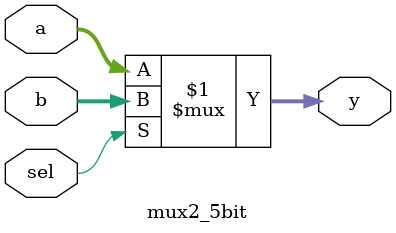
<source format=v>
module mux2_5bit( sel, a, b, y );
	
    input sel;
    input  [4:0] a, b;
    output [4:0] y;

    assign y = sel ? b : a;
	
endmodule

</source>
